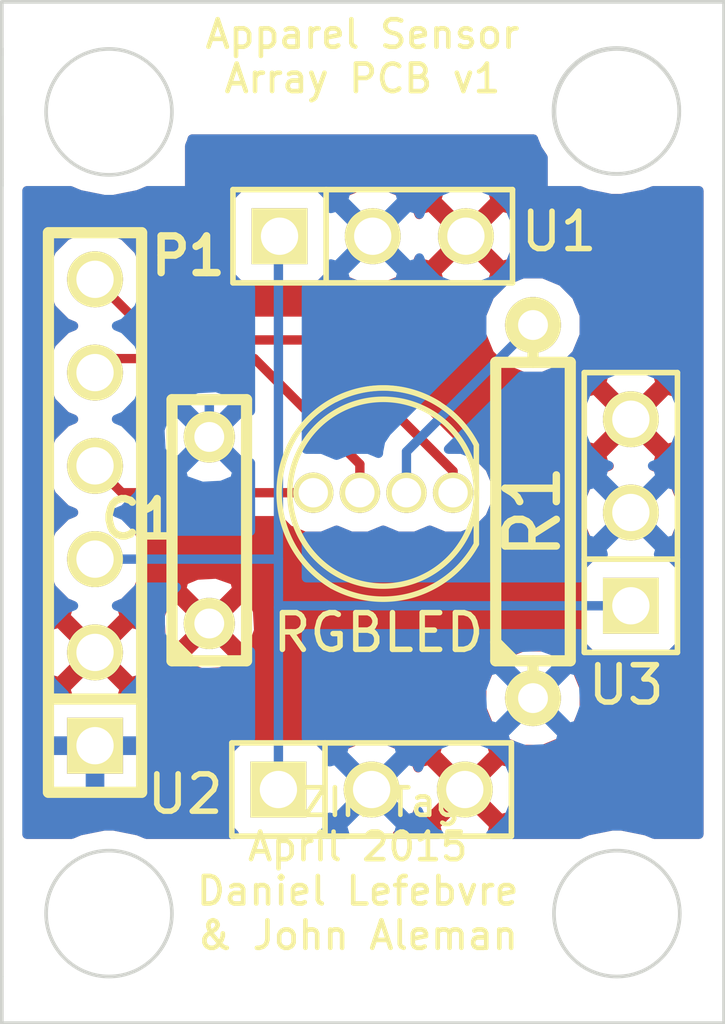
<source format=kicad_pcb>
(kicad_pcb (version 3) (host pcbnew "(2013-07-07 BZR 4022)-stable")

  (general
    (links 16)
    (no_connects 0)
    (area 24.7904 17.158499 48.3362 45.071501)
    (thickness 1.6)
    (drawings 22)
    (tracks 28)
    (zones 0)
    (modules 7)
    (nets 8)
  )

  (page A3)
  (layers
    (15 F.Cu signal)
    (0 B.Cu signal)
    (16 B.Adhes user hide)
    (17 F.Adhes user hide)
    (18 B.Paste user hide)
    (19 F.Paste user hide)
    (20 B.SilkS user hide)
    (21 F.SilkS user)
    (22 B.Mask user hide)
    (23 F.Mask user hide)
    (24 Dwgs.User user hide)
    (25 Cmts.User user hide)
    (26 Eco1.User user hide)
    (27 Eco2.User user hide)
    (28 Edge.Cuts user)
  )

  (setup
    (last_trace_width 0.254)
    (trace_clearance 0.254)
    (zone_clearance 0.508)
    (zone_45_only yes)
    (trace_min 0.254)
    (segment_width 0.2)
    (edge_width 0.1)
    (via_size 0.889)
    (via_drill 0.635)
    (via_min_size 0.889)
    (via_min_drill 0.508)
    (uvia_size 0.508)
    (uvia_drill 0.127)
    (uvias_allowed no)
    (uvia_min_size 0.508)
    (uvia_min_drill 0.127)
    (pcb_text_width 0.3)
    (pcb_text_size 1.5 1.5)
    (mod_edge_width 0.15)
    (mod_text_size 1 1)
    (mod_text_width 0.15)
    (pad_size 1.5 1.5)
    (pad_drill 0.6)
    (pad_to_mask_clearance 0)
    (aux_axis_origin 0 0)
    (visible_elements 7FFFFF39)
    (pcbplotparams
      (layerselection 284196865)
      (usegerberextensions true)
      (excludeedgelayer true)
      (linewidth 0.150000)
      (plotframeref false)
      (viasonmask false)
      (mode 1)
      (useauxorigin false)
      (hpglpennumber 1)
      (hpglpenspeed 20)
      (hpglpendiameter 15)
      (hpglpenoverlay 2)
      (psnegative false)
      (psa4output false)
      (plotreference true)
      (plotvalue true)
      (plotothertext true)
      (plotinvisibletext false)
      (padsonsilk false)
      (subtractmaskfromsilk false)
      (outputformat 1)
      (mirror false)
      (drillshape 0)
      (scaleselection 1)
      (outputdirectory IRSensorV1/))
  )

  (net 0 "")
  (net 1 GND)
  (net 2 N-000001)
  (net 3 N-000003)
  (net 4 N-000004)
  (net 5 N-000005)
  (net 6 N-000007)
  (net 7 VCC)

  (net_class Default "This is the default net class."
    (clearance 0.254)
    (trace_width 0.254)
    (via_dia 0.889)
    (via_drill 0.635)
    (uvia_dia 0.508)
    (uvia_drill 0.127)
    (add_net "")
    (add_net GND)
    (add_net N-000001)
    (add_net N-000003)
    (add_net N-000004)
    (add_net N-000005)
    (add_net N-000007)
    (add_net VCC)
  )

  (module RGB-Led (layer F.Cu) (tedit 54FCEAFD) (tstamp 54F96B4C)
    (at 36.42868 30.57652 270)
    (path /54F95F97)
    (fp_text reference U4 (at -1.524 -0.508 360) (layer F.SilkS) hide
      (effects (font (size 1 1) (thickness 0.15)))
    )
    (fp_text value RGBLED (at 3.81 -0.508 360) (layer F.SilkS)
      (effects (font (size 1 1) (thickness 0.15)))
    )
    (fp_line (start 0 -3.175) (end -1.2954 -3.175) (layer F.SilkS) (width 0.15))
    (fp_arc (start 0 -0.635) (end -2.54 0.6604) (angle 90) (layer F.SilkS) (width 0.15))
    (fp_arc (start 0 -0.635) (end -1.524 1.778) (angle 90) (layer F.SilkS) (width 0.15))
    (fp_arc (start 0 -0.762) (end 2.54 0.762) (angle 90) (layer F.SilkS) (width 0.15))
    (fp_arc (start 0 -0.635) (end 1.397 -3.175) (angle 90) (layer F.SilkS) (width 0.15))
    (fp_line (start 0 -3.175) (end 1.397 -3.175) (layer F.SilkS) (width 0.15))
    (fp_circle (center 0 -0.635) (end 2.54 -0.508) (layer F.SilkS) (width 0.15))
    (pad 1 thru_hole circle (at 0 -2.54 270) (size 1.1 1.1) (drill 0.8)
      (layers *.Cu *.Mask F.SilkS)
      (net 6 N-000007)
    )
    (pad 2 thru_hole circle (at 0 -1.27 270) (size 1.1 1.1) (drill 0.8)
      (layers *.Cu *.Mask F.SilkS)
      (net 5 N-000005)
    )
    (pad 3 thru_hole circle (at 0 0 270) (size 1.1 1.1) (drill 0.8)
      (layers *.Cu *.Mask F.SilkS)
      (net 4 N-000004)
    )
    (pad 4 thru_hole circle (at 0 1.27 270) (size 1.1 1.1) (drill 0.8)
      (layers *.Cu *.Mask F.SilkS)
      (net 3 N-000003)
    )
  )

  (module PIN_ARRAY_3X1 (layer F.Cu) (tedit 54FCEB07) (tstamp 5543C058)
    (at 36.7792 23.59152)
    (descr "Connecteur 3 pins")
    (tags "CONN DEV")
    (path /54F95920)
    (fp_text reference U1 (at 5.08 -0.127) (layer F.SilkS)
      (effects (font (size 1.016 1.016) (thickness 0.1524)))
    )
    (fp_text value TSOP38238 (at 0 -3.175) (layer F.SilkS) hide
      (effects (font (size 1.016 1.016) (thickness 0.1524)))
    )
    (fp_line (start -3.81 1.27) (end -3.81 -1.27) (layer F.SilkS) (width 0.1524))
    (fp_line (start -3.81 -1.27) (end 3.81 -1.27) (layer F.SilkS) (width 0.1524))
    (fp_line (start 3.81 -1.27) (end 3.81 1.27) (layer F.SilkS) (width 0.1524))
    (fp_line (start 3.81 1.27) (end -3.81 1.27) (layer F.SilkS) (width 0.1524))
    (fp_line (start -1.27 -1.27) (end -1.27 1.27) (layer F.SilkS) (width 0.1524))
    (pad 1 thru_hole rect (at -2.54 0) (size 1.524 1.524) (drill 1.016)
      (layers *.Cu *.Mask F.SilkS)
      (net 2 N-000001)
    )
    (pad 2 thru_hole circle (at 0 0) (size 1.524 1.524) (drill 1.016)
      (layers *.Cu *.Mask F.SilkS)
      (net 1 GND)
    )
    (pad 3 thru_hole circle (at 2.54 0) (size 1.524 1.524) (drill 1.016)
      (layers *.Cu *.Mask F.SilkS)
      (net 7 VCC)
    )
    (model pin_array/pins_array_3x1.wrl
      (at (xyz 0 0 0))
      (scale (xyz 1 1 1))
      (rotate (xyz 0 0 0))
    )
  )

  (module PIN_ARRAY_3X1 (layer F.Cu) (tedit 54FCEB0A) (tstamp 54F96B64)
    (at 36.74872 38.6588)
    (descr "Connecteur 3 pins")
    (tags "CONN DEV")
    (path /54F9592F)
    (fp_text reference U2 (at -5.08 0.127) (layer F.SilkS)
      (effects (font (size 1.016 1.016) (thickness 0.1524)))
    )
    (fp_text value TSOP38238 (at 0 3.429) (layer F.SilkS) hide
      (effects (font (size 1.016 1.016) (thickness 0.1524)))
    )
    (fp_line (start -3.81 1.27) (end -3.81 -1.27) (layer F.SilkS) (width 0.1524))
    (fp_line (start -3.81 -1.27) (end 3.81 -1.27) (layer F.SilkS) (width 0.1524))
    (fp_line (start 3.81 -1.27) (end 3.81 1.27) (layer F.SilkS) (width 0.1524))
    (fp_line (start 3.81 1.27) (end -3.81 1.27) (layer F.SilkS) (width 0.1524))
    (fp_line (start -1.27 -1.27) (end -1.27 1.27) (layer F.SilkS) (width 0.1524))
    (pad 1 thru_hole rect (at -2.54 0) (size 1.524 1.524) (drill 1.016)
      (layers *.Cu *.Mask F.SilkS)
      (net 2 N-000001)
    )
    (pad 2 thru_hole circle (at 0 0) (size 1.524 1.524) (drill 1.016)
      (layers *.Cu *.Mask F.SilkS)
      (net 1 GND)
    )
    (pad 3 thru_hole circle (at 2.54 0) (size 1.524 1.524) (drill 1.016)
      (layers *.Cu *.Mask F.SilkS)
      (net 7 VCC)
    )
    (model pin_array/pins_array_3x1.wrl
      (at (xyz 0 0 0))
      (scale (xyz 1 1 1))
      (rotate (xyz 0 0 0))
    )
  )

  (module PIN_ARRAY_3X1 (layer F.Cu) (tedit 54FCEB04) (tstamp 54F96B70)
    (at 43.815 31.115 90)
    (descr "Connecteur 3 pins")
    (tags "CONN DEV")
    (path /54F9593E)
    (fp_text reference U3 (at -4.699 -0.127 180) (layer F.SilkS)
      (effects (font (size 1.016 1.016) (thickness 0.1524)))
    )
    (fp_text value TSOP38238 (at 0.127 3.683 90) (layer F.SilkS) hide
      (effects (font (size 1.016 1.016) (thickness 0.1524)))
    )
    (fp_line (start -3.81 1.27) (end -3.81 -1.27) (layer F.SilkS) (width 0.1524))
    (fp_line (start -3.81 -1.27) (end 3.81 -1.27) (layer F.SilkS) (width 0.1524))
    (fp_line (start 3.81 -1.27) (end 3.81 1.27) (layer F.SilkS) (width 0.1524))
    (fp_line (start 3.81 1.27) (end -3.81 1.27) (layer F.SilkS) (width 0.1524))
    (fp_line (start -1.27 -1.27) (end -1.27 1.27) (layer F.SilkS) (width 0.1524))
    (pad 1 thru_hole rect (at -2.54 0 90) (size 1.524 1.524) (drill 1.016)
      (layers *.Cu *.Mask F.SilkS)
      (net 2 N-000001)
    )
    (pad 2 thru_hole circle (at 0 0 90) (size 1.524 1.524) (drill 1.016)
      (layers *.Cu *.Mask F.SilkS)
      (net 1 GND)
    )
    (pad 3 thru_hole circle (at 2.54 0 90) (size 1.524 1.524) (drill 1.016)
      (layers *.Cu *.Mask F.SilkS)
      (net 7 VCC)
    )
    (model pin_array/pins_array_3x1.wrl
      (at (xyz 0 0 0))
      (scale (xyz 1 1 1))
      (rotate (xyz 0 0 0))
    )
  )

  (module PIN_ARRAY-6X1 (layer F.Cu) (tedit 54FCEAF8) (tstamp 54F96B7F)
    (at 29.21 31.115 90)
    (descr "Connecteur 6 pins")
    (tags "CONN DEV")
    (path /54F95E7E)
    (fp_text reference P1 (at 6.985 2.54 180) (layer F.SilkS)
      (effects (font (size 1 1) (thickness 0.2032)))
    )
    (fp_text value CONN_6 (at -0.127 -3.556 90) (layer F.SilkS) hide
      (effects (font (size 1.016 0.889) (thickness 0.2032)))
    )
    (fp_line (start -7.62 1.27) (end -7.62 -1.27) (layer F.SilkS) (width 0.3048))
    (fp_line (start -7.62 -1.27) (end 7.62 -1.27) (layer F.SilkS) (width 0.3048))
    (fp_line (start 7.62 -1.27) (end 7.62 1.27) (layer F.SilkS) (width 0.3048))
    (fp_line (start 7.62 1.27) (end -7.62 1.27) (layer F.SilkS) (width 0.3048))
    (fp_line (start -5.08 1.27) (end -5.08 -1.27) (layer F.SilkS) (width 0.3048))
    (pad 1 thru_hole rect (at -6.35 0 90) (size 1.524 1.524) (drill 1.016)
      (layers *.Cu *.Mask F.SilkS)
      (net 1 GND)
    )
    (pad 2 thru_hole circle (at -3.81 0 90) (size 1.524 1.524) (drill 1.016)
      (layers *.Cu *.Mask F.SilkS)
      (net 7 VCC)
    )
    (pad 3 thru_hole circle (at -1.27 0 90) (size 1.524 1.524) (drill 1.016)
      (layers *.Cu *.Mask F.SilkS)
      (net 2 N-000001)
    )
    (pad 4 thru_hole circle (at 1.27 0 90) (size 1.524 1.524) (drill 1.016)
      (layers *.Cu *.Mask F.SilkS)
      (net 3 N-000003)
    )
    (pad 5 thru_hole circle (at 3.81 0 90) (size 1.524 1.524) (drill 1.016)
      (layers *.Cu *.Mask F.SilkS)
      (net 4 N-000004)
    )
    (pad 6 thru_hole circle (at 6.35 0 90) (size 1.524 1.524) (drill 1.016)
      (layers *.Cu *.Mask F.SilkS)
      (net 6 N-000007)
    )
    (model pin_array/pins_array_6x1.wrl
      (at (xyz 0 0 0))
      (scale (xyz 1 1 1))
      (rotate (xyz 0 0 0))
    )
  )

  (module C2 (layer F.Cu) (tedit 5540419F) (tstamp 54F96B8A)
    (at 32.32404 31.5976 90)
    (descr "Condensateur = 2 pas")
    (tags C)
    (path /54F9605B)
    (fp_text reference C1 (at 0.3048 -1.9304 180) (layer F.SilkS)
      (effects (font (size 1.016 1.016) (thickness 0.2032)))
    )
    (fp_text value "100 uF" (at 0.127 -1.905 90) (layer F.SilkS) hide
      (effects (font (size 1.016 1.016) (thickness 0.2032)))
    )
    (fp_line (start -3.556 -1.016) (end 3.556 -1.016) (layer F.SilkS) (width 0.3048))
    (fp_line (start 3.556 -1.016) (end 3.556 1.016) (layer F.SilkS) (width 0.3048))
    (fp_line (start 3.556 1.016) (end -3.556 1.016) (layer F.SilkS) (width 0.3048))
    (fp_line (start -3.556 1.016) (end -3.556 -1.016) (layer F.SilkS) (width 0.3048))
    (fp_line (start -3.556 -0.508) (end -3.048 -1.016) (layer F.SilkS) (width 0.3048))
    (pad 1 thru_hole circle (at -2.54 0 90) (size 1.397 1.397) (drill 0.8128)
      (layers *.Cu *.Mask F.SilkS)
      (net 7 VCC)
    )
    (pad 2 thru_hole circle (at 2.54 0 90) (size 1.397 1.397) (drill 0.8128)
      (layers *.Cu *.Mask F.SilkS)
      (net 1 GND)
    )
    (model discret/capa_2pas_5x5mm.wrl
      (at (xyz 0 0 0))
      (scale (xyz 1 1 1))
      (rotate (xyz 0 0 0))
    )
  )

  (module R4 (layer F.Cu) (tedit 200000) (tstamp 5543BBC6)
    (at 41.148 31.0896 90)
    (descr "Resitance 4 pas")
    (tags R)
    (path /554311D1)
    (autoplace_cost180 10)
    (fp_text reference R1 (at 0 0 90) (layer F.SilkS)
      (effects (font (size 1.397 1.27) (thickness 0.2032)))
    )
    (fp_text value 220 (at 0 0 90) (layer F.SilkS) hide
      (effects (font (size 1.397 1.27) (thickness 0.2032)))
    )
    (fp_line (start -5.08 0) (end -4.064 0) (layer F.SilkS) (width 0.3048))
    (fp_line (start -4.064 0) (end -4.064 -1.016) (layer F.SilkS) (width 0.3048))
    (fp_line (start -4.064 -1.016) (end 4.064 -1.016) (layer F.SilkS) (width 0.3048))
    (fp_line (start 4.064 -1.016) (end 4.064 1.016) (layer F.SilkS) (width 0.3048))
    (fp_line (start 4.064 1.016) (end -4.064 1.016) (layer F.SilkS) (width 0.3048))
    (fp_line (start -4.064 1.016) (end -4.064 0) (layer F.SilkS) (width 0.3048))
    (fp_line (start -4.064 -0.508) (end -3.556 -1.016) (layer F.SilkS) (width 0.3048))
    (fp_line (start 5.08 0) (end 4.064 0) (layer F.SilkS) (width 0.3048))
    (pad 1 thru_hole circle (at -5.08 0 90) (size 1.524 1.524) (drill 0.8128)
      (layers *.Cu *.Mask F.SilkS)
      (net 1 GND)
    )
    (pad 2 thru_hole circle (at 5.08 0 90) (size 1.524 1.524) (drill 0.8128)
      (layers *.Cu *.Mask F.SilkS)
      (net 5 N-000005)
    )
    (model discret/resistor.wrl
      (at (xyz 0 0 0))
      (scale (xyz 0.4 0.4 0.4))
      (rotate (xyz 0 0 0))
    )
  )

  (gr_circle (center 43.434 20.193) (end 41.7322 20.1676) (layer Edge.Cuts) (width 0.1))
  (gr_line (start 46.355 17.2085) (end 46.355 18.4785) (angle 90) (layer Edge.Cuts) (width 0.1))
  (gr_line (start 26.67 17.2085) (end 46.355 17.2085) (angle 90) (layer Edge.Cuts) (width 0.1))
  (gr_line (start 26.67 22.225) (end 26.67 17.2085) (angle 90) (layer Edge.Cuts) (width 0.1))
  (gr_line (start 46.355 45.0215) (end 46.355 43.7515) (angle 90) (layer Edge.Cuts) (width 0.1))
  (gr_line (start 26.67 45.0215) (end 46.355 45.0215) (angle 90) (layer Edge.Cuts) (width 0.1))
  (gr_line (start 26.67 45.0215) (end 26.67 43.7515) (angle 90) (layer Edge.Cuts) (width 0.1))
  (gr_circle (center 43.434 42.037) (end 45.1485 42.037) (layer Edge.Cuts) (width 0.1))
  (gr_circle (center 29.591 42.037) (end 31.3055 42.037) (layer Edge.Cuts) (width 0.1))
  (gr_circle (center 43.4213 20.1803) (end 43.4213 18.4658) (layer Edge.Cuts) (width 0.1))
  (gr_circle (center 29.591 20.2057) (end 27.8765 20.2057) (layer Edge.Cuts) (width 0.1))
  (gr_line (start 26.67 22.0345) (end 26.67 20.32) (angle 90) (layer Edge.Cuts) (width 0.1))
  (gr_line (start 26.67 22.225) (end 26.67 22.0345) (angle 90) (layer Edge.Cuts) (width 0.1))
  (gr_line (start 26.67 18.4785) (end 26.67 18.669) (angle 90) (layer Edge.Cuts) (width 0.1))
  (gr_line (start 46.355 18.4785) (end 46.355 22.225) (angle 90) (layer Edge.Cuts) (width 0.1))
  (gr_line (start 26.67 22.225) (end 26.67 18.4785) (angle 90) (layer Edge.Cuts) (width 0.1))
  (gr_line (start 46.355 43.7515) (end 46.355 40.005) (angle 90) (layer Edge.Cuts) (width 0.1))
  (gr_line (start 26.67 40.005) (end 26.67 43.7515) (angle 90) (layer Edge.Cuts) (width 0.1))
  (gr_text "Apparel Sensor\nArray PCB v1" (at 36.4998 18.6944) (layer F.SilkS)
    (effects (font (size 0.75 0.75) (thickness 0.125)))
  )
  (gr_text "LaZIR Tag\nApril 2015\nDaniel Lefebvre\n& John Aleman" (at 36.3728 40.8178) (layer F.SilkS)
    (effects (font (size 0.75 0.75) (thickness 0.125)))
  )
  (gr_line (start 26.67 40.005) (end 26.67 22.225) (angle 90) (layer Edge.Cuts) (width 0.1))
  (gr_line (start 46.355 22.225) (end 46.355 40.005) (angle 90) (layer Edge.Cuts) (width 0.1))

  (segment (start 32.32404 29.0576) (end 32.32404 28.0924) (width 0.254) (layer B.Cu) (net 1))
  (segment (start 32.34944 28.067) (end 32.32404 28.067) (width 0.254) (layer B.Cu) (net 1) (tstamp 5543BDAB))
  (segment (start 32.32404 28.0924) (end 32.34944 28.067) (width 0.254) (layer B.Cu) (net 1) (tstamp 5543BDA9))
  (segment (start 32.32404 28.067) (end 32.32404 28.55976) (width 0.254) (layer B.Cu) (net 1) (tstamp 5543BDAC))
  (segment (start 29.21 32.385) (end 34.19856 32.385) (width 0.254) (layer B.Cu) (net 2))
  (segment (start 34.19856 32.385) (end 34.20872 32.37484) (width 0.254) (layer B.Cu) (net 2) (tstamp 5543C069))
  (segment (start 34.20872 33.36544) (end 34.20872 32.37484) (width 0.254) (layer B.Cu) (net 2))
  (segment (start 34.20872 32.37484) (end 34.20872 23.622) (width 0.254) (layer B.Cu) (net 2) (tstamp 5543C06C))
  (segment (start 34.20872 23.622) (end 34.2392 23.59152) (width 0.254) (layer B.Cu) (net 2) (tstamp 5543C066))
  (segment (start 35.5346 33.655) (end 34.25444 33.655) (width 0.254) (layer B.Cu) (net 2))
  (segment (start 34.25444 33.655) (end 34.20872 33.70072) (width 0.254) (layer B.Cu) (net 2) (tstamp 5543BFFA))
  (segment (start 34.20872 38.6588) (end 34.20872 33.70072) (width 0.254) (layer B.Cu) (net 2))
  (segment (start 34.20872 33.70072) (end 34.20872 33.36544) (width 0.254) (layer B.Cu) (net 2) (tstamp 5543C003))
  (segment (start 40.5638 33.655) (end 35.5346 33.655) (width 0.254) (layer B.Cu) (net 2))
  (segment (start 43.815 33.655) (end 40.5638 33.655) (width 0.254) (layer B.Cu) (net 2))
  (segment (start 35.15868 30.57652) (end 29.94152 30.57652) (width 0.254) (layer F.Cu) (net 3))
  (segment (start 29.94152 30.57652) (end 29.21 29.845) (width 0.254) (layer F.Cu) (net 3) (tstamp 5543BC67))
  (segment (start 36.42868 30.57652) (end 36.42868 29.79928) (width 0.254) (layer F.Cu) (net 4))
  (segment (start 29.591 26.924) (end 29.21 27.305) (width 0.254) (layer F.Cu) (net 4) (tstamp 5543BC7B))
  (segment (start 33.5534 26.924) (end 29.591 26.924) (width 0.254) (layer F.Cu) (net 4) (tstamp 5543BC77))
  (segment (start 36.42868 29.79928) (end 33.5534 26.924) (width 0.254) (layer F.Cu) (net 4) (tstamp 5543BC76))
  (segment (start 37.69868 30.57652) (end 37.69868 29.45892) (width 0.254) (layer B.Cu) (net 5))
  (segment (start 37.69868 29.45892) (end 41.148 26.0096) (width 0.254) (layer B.Cu) (net 5) (tstamp 5543BC4A))
  (segment (start 35.31108 26.415998) (end 30.860998 26.415998) (width 0.254) (layer F.Cu) (net 6))
  (segment (start 30.860998 26.415998) (end 29.21 24.765) (width 0.254) (layer F.Cu) (net 6) (tstamp 5543BD71))
  (segment (start 38.96868 30.57652) (end 38.96868 29.98724) (width 0.254) (layer F.Cu) (net 6))
  (segment (start 35.397438 26.415998) (end 35.31108 26.415998) (width 0.254) (layer F.Cu) (net 6) (tstamp 5543BD63))
  (segment (start 38.96868 29.98724) (end 35.397438 26.415998) (width 0.254) (layer F.Cu) (net 6) (tstamp 5543BD60))

  (zone (net 1) (net_name GND) (layer B.Cu) (tstamp 54FCC260) (hatch edge 0.508)
    (connect_pads (clearance 0.508))
    (min_thickness 0.254)
    (fill (arc_segments 16) (thermal_gap 0.508) (thermal_bridge_width 0.508))
    (polygon
      (pts
        (xy 46.355 40.005) (xy 26.67 40.005) (xy 26.67 22.225) (xy 31.66364 22.225) (xy 31.66364 20.81784)
        (xy 41.54932 20.81784) (xy 41.54932 22.225) (xy 46.355 22.225) (xy 46.355 40.005)
      )
    )
    (filled_polygon
      (pts
        (xy 45.67 39.878) (xy 45.224143 39.878) (xy 45.224143 31.322696) (xy 45.212241 31.08491) (xy 45.212241 28.298339)
        (xy 45.000009 27.784697) (xy 44.60737 27.391372) (xy 44.094099 27.178244) (xy 43.538339 27.177759) (xy 43.024697 27.389991)
        (xy 42.631372 27.78263) (xy 42.418244 28.295901) (xy 42.417759 28.851661) (xy 42.629991 29.365303) (xy 43.02263 29.758628)
        (xy 43.21473 29.838394) (xy 43.083858 29.892604) (xy 43.014393 30.134788) (xy 43.815 30.935395) (xy 44.615607 30.134788)
        (xy 44.546142 29.892604) (xy 44.405678 29.842491) (xy 44.605303 29.760009) (xy 44.998628 29.36737) (xy 45.211756 28.854099)
        (xy 45.212241 28.298339) (xy 45.212241 31.08491) (xy 45.19636 30.767631) (xy 45.037396 30.383858) (xy 44.795212 30.314393)
        (xy 43.994605 31.115) (xy 44.795212 31.915607) (xy 45.037396 31.846142) (xy 45.224143 31.322696) (xy 45.224143 39.878)
        (xy 44.457787 39.878) (xy 44.223161 39.781055) (xy 44.220204 39.781057) (xy 43.569503 39.651034) (xy 43.566936 39.649974)
        (xy 43.299663 39.650207) (xy 42.643666 39.781288) (xy 42.557143 39.817215) (xy 42.557143 36.377296) (xy 42.52936 35.822231)
        (xy 42.370396 35.438458) (xy 42.128212 35.368993) (xy 41.948607 35.548598) (xy 41.948607 35.189388) (xy 41.879142 34.947204)
        (xy 41.355696 34.760457) (xy 40.800631 34.78824) (xy 40.416858 34.947204) (xy 40.347393 35.189388) (xy 41.148 35.989995)
        (xy 41.948607 35.189388) (xy 41.948607 35.548598) (xy 41.327605 36.1696) (xy 42.128212 36.970207) (xy 42.370396 36.900742)
        (xy 42.557143 36.377296) (xy 42.557143 39.817215) (xy 42.410758 39.878) (xy 41.948607 39.878) (xy 41.948607 37.149812)
        (xy 41.148 36.349205) (xy 40.968395 36.52881) (xy 40.968395 36.1696) (xy 40.167788 35.368993) (xy 39.925604 35.438458)
        (xy 39.738857 35.961904) (xy 39.76664 36.516969) (xy 39.925604 36.900742) (xy 40.167788 36.970207) (xy 40.968395 36.1696)
        (xy 40.968395 36.52881) (xy 40.347393 37.149812) (xy 40.416858 37.391996) (xy 40.940304 37.578743) (xy 41.495369 37.55096)
        (xy 41.879142 37.391996) (xy 41.948607 37.149812) (xy 41.948607 39.878) (xy 39.996274 39.878) (xy 40.079023 39.843809)
        (xy 40.472348 39.45117) (xy 40.685476 38.937899) (xy 40.685961 38.382139) (xy 40.473729 37.868497) (xy 40.08109 37.475172)
        (xy 39.567819 37.262044) (xy 39.012059 37.261559) (xy 38.498417 37.473791) (xy 38.105092 37.86643) (xy 38.025325 38.05853)
        (xy 37.971116 37.927658) (xy 37.728932 37.858193) (xy 37.549327 38.037798) (xy 37.549327 37.678588) (xy 37.479862 37.436404)
        (xy 36.956416 37.249657) (xy 36.401351 37.27744) (xy 36.017578 37.436404) (xy 35.948113 37.678588) (xy 36.74872 38.479195)
        (xy 37.549327 37.678588) (xy 37.549327 38.037798) (xy 36.928325 38.6588) (xy 37.728932 39.459407) (xy 37.971116 39.389942)
        (xy 38.021228 39.249478) (xy 38.103711 39.449103) (xy 38.49635 39.842428) (xy 38.582017 39.878) (xy 37.480778 39.878)
        (xy 37.549327 39.639012) (xy 36.74872 38.838405) (xy 35.948113 39.639012) (xy 36.016661 39.878) (xy 35.411531 39.878)
        (xy 35.508733 39.780968) (xy 35.605609 39.547664) (xy 35.605727 39.412716) (xy 35.768508 39.459407) (xy 36.569115 38.6588)
        (xy 35.768508 37.858193) (xy 35.60583 37.904853) (xy 35.60583 37.771045) (xy 35.509361 37.537571) (xy 35.330888 37.358787)
        (xy 35.097584 37.261911) (xy 34.97072 37.2618) (xy 34.97072 34.417) (xy 35.5346 34.417) (xy 40.5638 34.417)
        (xy 42.41789 34.417) (xy 42.41789 34.542755) (xy 42.514359 34.776229) (xy 42.692832 34.955013) (xy 42.926136 35.051889)
        (xy 43.178755 35.05211) (xy 44.702755 35.05211) (xy 44.936229 34.955641) (xy 45.115013 34.777168) (xy 45.211889 34.543864)
        (xy 45.21211 34.291245) (xy 45.21211 32.767245) (xy 45.115641 32.533771) (xy 44.937168 32.354987) (xy 44.703864 32.258111)
        (xy 44.568916 32.257992) (xy 44.615607 32.095212) (xy 43.815 31.294605) (xy 43.635395 31.47421) (xy 43.635395 31.115)
        (xy 42.834788 30.314393) (xy 42.592604 30.383858) (xy 42.405857 30.907304) (xy 42.43364 31.462369) (xy 42.592604 31.846142)
        (xy 42.834788 31.915607) (xy 43.635395 31.115) (xy 43.635395 31.47421) (xy 43.014393 32.095212) (xy 43.061053 32.25789)
        (xy 42.927245 32.25789) (xy 42.693771 32.354359) (xy 42.514987 32.532832) (xy 42.418111 32.766136) (xy 42.418 32.893)
        (xy 40.5638 32.893) (xy 35.5346 32.893) (xy 34.97072 32.893) (xy 34.97072 32.37484) (xy 34.97072 31.761355)
        (xy 35.393357 31.761725) (xy 35.794127 31.596129) (xy 36.191935 31.761313) (xy 36.663357 31.761725) (xy 37.064127 31.596129)
        (xy 37.461935 31.761313) (xy 37.933357 31.761725) (xy 38.334127 31.596129) (xy 38.731935 31.761313) (xy 39.203357 31.761725)
        (xy 39.639051 31.581699) (xy 39.972688 31.248645) (xy 40.153473 30.813265) (xy 40.153885 30.341843) (xy 39.973859 29.906149)
        (xy 39.640805 29.572512) (xy 39.205425 29.391727) (xy 38.843819 29.39141) (xy 40.840618 27.394611) (xy 40.868901 27.406356)
        (xy 41.424661 27.406841) (xy 41.938303 27.194609) (xy 42.331628 26.80197) (xy 42.544756 26.288699) (xy 42.545241 25.732939)
        (xy 42.333009 25.219297) (xy 41.94037 24.825972) (xy 41.427099 24.612844) (xy 40.871339 24.612359) (xy 40.716441 24.676361)
        (xy 40.716441 23.314859) (xy 40.504209 22.801217) (xy 40.11157 22.407892) (xy 39.598299 22.194764) (xy 39.042539 22.194279)
        (xy 38.528897 22.406511) (xy 38.135572 22.79915) (xy 38.055805 22.99125) (xy 38.001596 22.860378) (xy 37.759412 22.790913)
        (xy 37.579807 22.970518) (xy 37.579807 22.611308) (xy 37.510342 22.369124) (xy 36.986896 22.182377) (xy 36.431831 22.21016)
        (xy 36.048058 22.369124) (xy 35.978593 22.611308) (xy 36.7792 23.411915) (xy 37.579807 22.611308) (xy 37.579807 22.970518)
        (xy 36.958805 23.59152) (xy 37.759412 24.392127) (xy 38.001596 24.322662) (xy 38.051708 24.182198) (xy 38.134191 24.381823)
        (xy 38.52683 24.775148) (xy 39.040101 24.988276) (xy 39.595861 24.988761) (xy 40.109503 24.776529) (xy 40.502828 24.38389)
        (xy 40.715956 23.870619) (xy 40.716441 23.314859) (xy 40.716441 24.676361) (xy 40.357697 24.824591) (xy 39.964372 25.21723)
        (xy 39.751244 25.730501) (xy 39.750759 26.286261) (xy 39.763316 26.316653) (xy 37.579807 28.500162) (xy 37.579807 24.571732)
        (xy 36.7792 23.771125) (xy 35.978593 24.571732) (xy 36.048058 24.813916) (xy 36.571504 25.000663) (xy 37.126569 24.97288)
        (xy 37.510342 24.813916) (xy 37.579807 24.571732) (xy 37.579807 28.500162) (xy 37.159865 28.920105) (xy 36.994684 29.167315)
        (xy 36.93668 29.45892) (xy 36.93668 29.504361) (xy 36.665425 29.391727) (xy 36.194003 29.391315) (xy 35.793232 29.55691)
        (xy 35.395425 29.391727) (xy 34.97072 29.391355) (xy 34.97072 24.98863) (xy 35.126955 24.98863) (xy 35.360429 24.892161)
        (xy 35.539213 24.713688) (xy 35.636089 24.480384) (xy 35.636207 24.345436) (xy 35.798988 24.392127) (xy 36.599595 23.59152)
        (xy 35.798988 22.790913) (xy 35.63631 22.837573) (xy 35.63631 22.703765) (xy 35.539841 22.470291) (xy 35.361368 22.291507)
        (xy 35.128064 22.194631) (xy 34.875445 22.19441) (xy 33.351445 22.19441) (xy 33.117971 22.290879) (xy 32.939187 22.469352)
        (xy 32.842311 22.702656) (xy 32.84209 22.955275) (xy 32.84209 24.479275) (xy 32.938559 24.712749) (xy 33.117032 24.891533)
        (xy 33.350336 24.988409) (xy 33.44672 24.988493) (xy 33.44672 28.352342) (xy 33.258226 28.303019) (xy 33.078621 28.482624)
        (xy 33.078621 28.123414) (xy 33.016968 27.887802) (xy 32.51656 27.711676) (xy 31.986842 27.740454) (xy 31.631112 27.887802)
        (xy 31.569459 28.123414) (xy 32.32404 28.877995) (xy 33.078621 28.123414) (xy 33.078621 28.482624) (xy 32.503645 29.0576)
        (xy 33.258226 29.812181) (xy 33.44672 29.762857) (xy 33.44672 31.623) (xy 33.078621 31.623) (xy 33.078621 29.991786)
        (xy 32.32404 29.237205) (xy 32.144435 29.41681) (xy 32.144435 29.0576) (xy 31.389854 28.303019) (xy 31.154242 28.364672)
        (xy 30.978116 28.86508) (xy 31.006894 29.394798) (xy 31.154242 29.750528) (xy 31.389854 29.812181) (xy 32.144435 29.0576)
        (xy 32.144435 29.41681) (xy 31.569459 29.991786) (xy 31.631112 30.227398) (xy 32.13152 30.403524) (xy 32.661238 30.374746)
        (xy 33.016968 30.227398) (xy 33.078621 29.991786) (xy 33.078621 31.623) (xy 30.406703 31.623) (xy 30.395009 31.594697)
        (xy 30.00237 31.201372) (xy 29.794485 31.11505) (xy 30.000303 31.030009) (xy 30.393628 30.63737) (xy 30.606756 30.124099)
        (xy 30.607241 29.568339) (xy 30.395009 29.054697) (xy 30.00237 28.661372) (xy 29.794485 28.57505) (xy 30.000303 28.490009)
        (xy 30.393628 28.09737) (xy 30.606756 27.584099) (xy 30.607241 27.028339) (xy 30.395009 26.514697) (xy 30.00237 26.121372)
        (xy 29.794485 26.03505) (xy 30.000303 25.950009) (xy 30.393628 25.55737) (xy 30.606756 25.044099) (xy 30.607241 24.488339)
        (xy 30.395009 23.974697) (xy 30.00237 23.581372) (xy 29.489099 23.368244) (xy 28.933339 23.367759) (xy 28.419697 23.579991)
        (xy 28.026372 23.97263) (xy 27.813244 24.485901) (xy 27.812759 25.041661) (xy 28.024991 25.555303) (xy 28.41763 25.948628)
        (xy 28.625514 26.034949) (xy 28.419697 26.119991) (xy 28.026372 26.51263) (xy 27.813244 27.025901) (xy 27.812759 27.581661)
        (xy 28.024991 28.095303) (xy 28.41763 28.488628) (xy 28.625514 28.574949) (xy 28.419697 28.659991) (xy 28.026372 29.05263)
        (xy 27.813244 29.565901) (xy 27.812759 30.121661) (xy 28.024991 30.635303) (xy 28.41763 31.028628) (xy 28.625514 31.114949)
        (xy 28.419697 31.199991) (xy 28.026372 31.59263) (xy 27.813244 32.105901) (xy 27.812759 32.661661) (xy 28.024991 33.175303)
        (xy 28.41763 33.568628) (xy 28.625514 33.654949) (xy 28.419697 33.739991) (xy 28.026372 34.13263) (xy 27.813244 34.645901)
        (xy 27.812759 35.201661) (xy 28.024991 35.715303) (xy 28.377134 36.068062) (xy 28.321136 36.068111) (xy 28.087832 36.164987)
        (xy 27.909359 36.343771) (xy 27.81289 36.577245) (xy 27.813 37.17925) (xy 27.97175 37.338) (xy 29.083 37.338)
        (xy 29.083 37.318) (xy 29.337 37.318) (xy 29.337 37.338) (xy 30.44825 37.338) (xy 30.607 37.17925)
        (xy 30.60711 36.577245) (xy 30.510641 36.343771) (xy 30.332168 36.164987) (xy 30.098864 36.068111) (xy 30.042323 36.068061)
        (xy 30.393628 35.71737) (xy 30.606756 35.204099) (xy 30.607241 34.648339) (xy 30.395009 34.134697) (xy 30.00237 33.741372)
        (xy 29.794485 33.65505) (xy 30.000303 33.570009) (xy 30.393628 33.17737) (xy 30.406238 33.147) (xy 31.428869 33.147)
        (xy 31.194214 33.381247) (xy 30.990773 33.871187) (xy 30.99031 34.401686) (xy 31.192895 34.89198) (xy 31.567687 35.267426)
        (xy 32.057627 35.470867) (xy 32.588126 35.47133) (xy 33.07842 35.268745) (xy 33.44672 34.901086) (xy 33.44672 37.26169)
        (xy 33.320965 37.26169) (xy 33.087491 37.358159) (xy 32.908707 37.536632) (xy 32.811831 37.769936) (xy 32.81161 38.022555)
        (xy 32.81161 39.546555) (xy 32.908079 39.780029) (xy 33.005879 39.878) (xy 30.614787 39.878) (xy 30.60711 39.874827)
        (xy 30.60711 38.352755) (xy 30.607 37.75075) (xy 30.44825 37.592) (xy 29.337 37.592) (xy 29.337 38.70325)
        (xy 29.49575 38.862) (xy 29.846245 38.86211) (xy 30.098864 38.861889) (xy 30.332168 38.765013) (xy 30.510641 38.586229)
        (xy 30.60711 38.352755) (xy 30.60711 39.874827) (xy 30.380161 39.781055) (xy 30.377204 39.781057) (xy 29.726503 39.651034)
        (xy 29.723936 39.649974) (xy 29.456663 39.650207) (xy 29.083 39.724872) (xy 29.083 38.70325) (xy 29.083 37.592)
        (xy 27.97175 37.592) (xy 27.813 37.75075) (xy 27.81289 38.352755) (xy 27.909359 38.586229) (xy 28.087832 38.765013)
        (xy 28.321136 38.861889) (xy 28.573755 38.86211) (xy 28.92425 38.862) (xy 29.083 38.70325) (xy 29.083 39.724872)
        (xy 28.800666 39.781288) (xy 28.567758 39.878) (xy 27.355 39.878) (xy 27.355 22.352) (xy 28.544505 22.352)
        (xy 28.551741 22.356825) (xy 28.553827 22.358915) (xy 28.800666 22.461412) (xy 29.456663 22.592493) (xy 29.723936 22.592726)
        (xy 29.726503 22.591665) (xy 30.377204 22.461642) (xy 30.380161 22.461645) (xy 30.627179 22.35958) (xy 30.638544 22.352)
        (xy 31.79064 22.352) (xy 31.79064 21.131069) (xy 31.846712 20.996034) (xy 31.856941 20.94484) (xy 41.161028 20.94484)
        (xy 41.165357 20.966504) (xy 41.165355 20.969461) (xy 41.26742 21.216479) (xy 41.42232 21.448741) (xy 41.42232 22.352)
        (xy 42.428643 22.352) (xy 42.630966 22.436012) (xy 43.14039 22.537805) (xy 43.264735 22.564462) (xy 43.265011 22.564581)
        (xy 43.275144 22.564731) (xy 43.286963 22.567093) (xy 43.443521 22.567229) (xy 43.532256 22.568546) (xy 43.538975 22.567312)
        (xy 43.554236 22.567326) (xy 43.556803 22.566265) (xy 43.693386 22.538973) (xy 44.185142 22.448719) (xy 44.185439 22.448724)
        (xy 44.429116 22.352) (xy 45.67 22.352) (xy 45.67 39.878)
      )
    )
  )
  (zone (net 7) (net_name VCC) (layer F.Cu) (tstamp 54FCC30A) (hatch edge 0.508)
    (connect_pads (clearance 0.508))
    (min_thickness 0.254)
    (fill (arc_segments 16) (thermal_gap 0.508) (thermal_bridge_width 0.508))
    (polygon
      (pts
        (xy 46.355 40.005) (xy 26.67 40.005) (xy 26.67 22.225) (xy 31.66364 22.225) (xy 31.66364 20.81784)
        (xy 41.54932 20.81784) (xy 41.54932 22.225) (xy 46.355 22.225) (xy 46.355 40.005)
      )
    )
    (filled_polygon
      (pts
        (xy 45.67 39.878) (xy 45.224143 39.878) (xy 45.224143 28.782696) (xy 45.19636 28.227631) (xy 45.037396 27.843858)
        (xy 44.795212 27.774393) (xy 44.615607 27.953998) (xy 44.615607 27.594788) (xy 44.546142 27.352604) (xy 44.022696 27.165857)
        (xy 43.467631 27.19364) (xy 43.083858 27.352604) (xy 43.014393 27.594788) (xy 43.815 28.395395) (xy 44.615607 27.594788)
        (xy 44.615607 27.953998) (xy 43.994605 28.575) (xy 44.795212 29.375607) (xy 45.037396 29.306142) (xy 45.224143 28.782696)
        (xy 45.224143 39.878) (xy 45.212241 39.878) (xy 45.212241 30.838339) (xy 45.000009 30.324697) (xy 44.60737 29.931372)
        (xy 44.415269 29.851605) (xy 44.546142 29.797396) (xy 44.615607 29.555212) (xy 43.815 28.754605) (xy 43.635395 28.93421)
        (xy 43.635395 28.575) (xy 42.834788 27.774393) (xy 42.592604 27.843858) (xy 42.545241 27.976615) (xy 42.545241 25.732939)
        (xy 42.333009 25.219297) (xy 41.94037 24.825972) (xy 41.427099 24.612844) (xy 40.871339 24.612359) (xy 40.728343 24.671443)
        (xy 40.728343 23.799216) (xy 40.70056 23.244151) (xy 40.541596 22.860378) (xy 40.299412 22.790913) (xy 40.119807 22.970518)
        (xy 40.119807 22.611308) (xy 40.050342 22.369124) (xy 39.526896 22.182377) (xy 38.971831 22.21016) (xy 38.588058 22.369124)
        (xy 38.518593 22.611308) (xy 39.3192 23.411915) (xy 40.119807 22.611308) (xy 40.119807 22.970518) (xy 39.498805 23.59152)
        (xy 40.299412 24.392127) (xy 40.541596 24.322662) (xy 40.728343 23.799216) (xy 40.728343 24.671443) (xy 40.357697 24.824591)
        (xy 40.119807 25.062066) (xy 40.119807 24.571732) (xy 39.3192 23.771125) (xy 39.139595 23.95073) (xy 39.139595 23.59152)
        (xy 38.338988 22.790913) (xy 38.096804 22.860378) (xy 38.046691 23.000841) (xy 37.964209 22.801217) (xy 37.57157 22.407892)
        (xy 37.058299 22.194764) (xy 36.502539 22.194279) (xy 35.988897 22.406511) (xy 35.63631 22.758483) (xy 35.63631 22.703765)
        (xy 35.539841 22.470291) (xy 35.361368 22.291507) (xy 35.128064 22.194631) (xy 34.875445 22.19441) (xy 33.351445 22.19441)
        (xy 33.117971 22.290879) (xy 32.939187 22.469352) (xy 32.842311 22.702656) (xy 32.84209 22.955275) (xy 32.84209 24.479275)
        (xy 32.938559 24.712749) (xy 33.117032 24.891533) (xy 33.350336 24.988409) (xy 33.602955 24.98863) (xy 35.126955 24.98863)
        (xy 35.360429 24.892161) (xy 35.539213 24.713688) (xy 35.636089 24.480384) (xy 35.636138 24.423843) (xy 35.98683 24.775148)
        (xy 36.500101 24.988276) (xy 37.055861 24.988761) (xy 37.569503 24.776529) (xy 37.962828 24.38389) (xy 38.042594 24.191789)
        (xy 38.096804 24.322662) (xy 38.338988 24.392127) (xy 39.139595 23.59152) (xy 39.139595 23.95073) (xy 38.518593 24.571732)
        (xy 38.588058 24.813916) (xy 39.111504 25.000663) (xy 39.666569 24.97288) (xy 40.050342 24.813916) (xy 40.119807 24.571732)
        (xy 40.119807 25.062066) (xy 39.964372 25.21723) (xy 39.751244 25.730501) (xy 39.750759 26.286261) (xy 39.962991 26.799903)
        (xy 40.35563 27.193228) (xy 40.868901 27.406356) (xy 41.424661 27.406841) (xy 41.938303 27.194609) (xy 42.331628 26.80197)
        (xy 42.544756 26.288699) (xy 42.545241 25.732939) (xy 42.545241 27.976615) (xy 42.405857 28.367304) (xy 42.43364 28.922369)
        (xy 42.592604 29.306142) (xy 42.834788 29.375607) (xy 43.635395 28.575) (xy 43.635395 28.93421) (xy 43.014393 29.555212)
        (xy 43.083858 29.797396) (xy 43.224321 29.847508) (xy 43.024697 29.929991) (xy 42.631372 30.32263) (xy 42.418244 30.835901)
        (xy 42.417759 31.391661) (xy 42.629991 31.905303) (xy 42.981963 32.25789) (xy 42.927245 32.25789) (xy 42.693771 32.354359)
        (xy 42.514987 32.532832) (xy 42.418111 32.766136) (xy 42.41789 33.018755) (xy 42.41789 34.542755) (xy 42.514359 34.776229)
        (xy 42.692832 34.955013) (xy 42.926136 35.051889) (xy 43.178755 35.05211) (xy 44.702755 35.05211) (xy 44.936229 34.955641)
        (xy 45.115013 34.777168) (xy 45.211889 34.543864) (xy 45.21211 34.291245) (xy 45.21211 32.767245) (xy 45.115641 32.533771)
        (xy 44.937168 32.354987) (xy 44.703864 32.258111) (xy 44.647323 32.258061) (xy 44.998628 31.90737) (xy 45.211756 31.394099)
        (xy 45.212241 30.838339) (xy 45.212241 39.878) (xy 44.457787 39.878) (xy 44.223161 39.781055) (xy 44.220204 39.781057)
        (xy 43.569503 39.651034) (xy 43.566936 39.649974) (xy 43.299663 39.650207) (xy 42.643666 39.781288) (xy 42.545241 39.822157)
        (xy 42.545241 35.892939) (xy 42.333009 35.379297) (xy 41.94037 34.985972) (xy 41.427099 34.772844) (xy 40.871339 34.772359)
        (xy 40.357697 34.984591) (xy 40.153885 35.188047) (xy 40.153885 30.341843) (xy 39.973859 29.906149) (xy 39.640805 29.572512)
        (xy 39.571055 29.543549) (xy 39.507495 29.448425) (xy 39.507495 29.448424) (xy 35.936253 25.877183) (xy 35.689043 25.712002)
        (xy 35.397438 25.653998) (xy 35.31108 25.653998) (xy 31.176628 25.653998) (xy 30.595012 25.072381) (xy 30.606756 25.044099)
        (xy 30.607241 24.488339) (xy 30.395009 23.974697) (xy 30.00237 23.581372) (xy 29.489099 23.368244) (xy 28.933339 23.367759)
        (xy 28.419697 23.579991) (xy 28.026372 23.97263) (xy 27.813244 24.485901) (xy 27.812759 25.041661) (xy 28.024991 25.555303)
        (xy 28.41763 25.948628) (xy 28.625514 26.034949) (xy 28.419697 26.119991) (xy 28.026372 26.51263) (xy 27.813244 27.025901)
        (xy 27.812759 27.581661) (xy 28.024991 28.095303) (xy 28.41763 28.488628) (xy 28.625514 28.574949) (xy 28.419697 28.659991)
        (xy 28.026372 29.05263) (xy 27.813244 29.565901) (xy 27.812759 30.121661) (xy 28.024991 30.635303) (xy 28.41763 31.028628)
        (xy 28.625514 31.114949) (xy 28.419697 31.199991) (xy 28.026372 31.59263) (xy 27.813244 32.105901) (xy 27.812759 32.661661)
        (xy 28.024991 33.175303) (xy 28.41763 33.568628) (xy 28.60973 33.648394) (xy 28.478858 33.702604) (xy 28.409393 33.944788)
        (xy 29.21 34.745395) (xy 30.010607 33.944788) (xy 29.941142 33.702604) (xy 29.800678 33.652491) (xy 30.000303 33.570009)
        (xy 30.393628 33.17737) (xy 30.606756 32.664099) (xy 30.607241 32.108339) (xy 30.395009 31.594697) (xy 30.139278 31.33852)
        (xy 34.244969 31.33852) (xy 34.486555 31.580528) (xy 34.921935 31.761313) (xy 35.393357 31.761725) (xy 35.794127 31.596129)
        (xy 36.191935 31.761313) (xy 36.663357 31.761725) (xy 37.064127 31.596129) (xy 37.461935 31.761313) (xy 37.933357 31.761725)
        (xy 38.334127 31.596129) (xy 38.731935 31.761313) (xy 39.203357 31.761725) (xy 39.639051 31.581699) (xy 39.972688 31.248645)
        (xy 40.153473 30.813265) (xy 40.153885 30.341843) (xy 40.153885 35.188047) (xy 39.964372 35.37723) (xy 39.751244 35.890501)
        (xy 39.750759 36.446261) (xy 39.962991 36.959903) (xy 40.35563 37.353228) (xy 40.868901 37.566356) (xy 41.424661 37.566841)
        (xy 41.938303 37.354609) (xy 42.331628 36.96197) (xy 42.544756 36.448699) (xy 42.545241 35.892939) (xy 42.545241 39.822157)
        (xy 42.410758 39.878) (xy 40.697863 39.878) (xy 40.697863 38.866496) (xy 40.67008 38.311431) (xy 40.511116 37.927658)
        (xy 40.268932 37.858193) (xy 40.089327 38.037798) (xy 40.089327 37.678588) (xy 40.019862 37.436404) (xy 39.496416 37.249657)
        (xy 38.941351 37.27744) (xy 38.557578 37.436404) (xy 38.488113 37.678588) (xy 39.28872 38.479195) (xy 40.089327 37.678588)
        (xy 40.089327 38.037798) (xy 39.468325 38.6588) (xy 40.268932 39.459407) (xy 40.511116 39.389942) (xy 40.697863 38.866496)
        (xy 40.697863 39.878) (xy 40.020778 39.878) (xy 40.089327 39.639012) (xy 39.28872 38.838405) (xy 38.488113 39.639012)
        (xy 38.556661 39.878) (xy 37.456274 39.878) (xy 37.539023 39.843809) (xy 37.932348 39.45117) (xy 38.012114 39.259069)
        (xy 38.066324 39.389942) (xy 38.308508 39.459407) (xy 39.109115 38.6588) (xy 38.308508 37.858193) (xy 38.066324 37.927658)
        (xy 38.016211 38.068121) (xy 37.933729 37.868497) (xy 37.54109 37.475172) (xy 37.027819 37.262044) (xy 36.472059 37.261559)
        (xy 35.958417 37.473791) (xy 35.60583 37.825763) (xy 35.60583 37.771045) (xy 35.509361 37.537571) (xy 35.330888 37.358787)
        (xy 35.097584 37.261911) (xy 34.844965 37.26169) (xy 33.669964 37.26169) (xy 33.669964 34.33012) (xy 33.641186 33.800402)
        (xy 33.493838 33.444672) (xy 33.258226 33.383019) (xy 33.078621 33.562624) (xy 33.078621 33.203414) (xy 33.016968 32.967802)
        (xy 32.51656 32.791676) (xy 31.986842 32.820454) (xy 31.631112 32.967802) (xy 31.569459 33.203414) (xy 32.32404 33.957995)
        (xy 33.078621 33.203414) (xy 33.078621 33.562624) (xy 32.503645 34.1376) (xy 33.258226 34.892181) (xy 33.493838 34.830528)
        (xy 33.669964 34.33012) (xy 33.669964 37.26169) (xy 33.320965 37.26169) (xy 33.087491 37.358159) (xy 33.078621 37.367013)
        (xy 33.078621 35.071786) (xy 32.32404 34.317205) (xy 32.144435 34.49681) (xy 32.144435 34.1376) (xy 31.389854 33.383019)
        (xy 31.154242 33.444672) (xy 30.978116 33.94508) (xy 31.006894 34.474798) (xy 31.154242 34.830528) (xy 31.389854 34.892181)
        (xy 32.144435 34.1376) (xy 32.144435 34.49681) (xy 31.569459 35.071786) (xy 31.631112 35.307398) (xy 32.13152 35.483524)
        (xy 32.661238 35.454746) (xy 33.016968 35.307398) (xy 33.078621 35.071786) (xy 33.078621 37.367013) (xy 32.908707 37.536632)
        (xy 32.811831 37.769936) (xy 32.81161 38.022555) (xy 32.81161 39.546555) (xy 32.908079 39.780029) (xy 33.005879 39.878)
        (xy 30.619143 39.878) (xy 30.619143 35.132696) (xy 30.59136 34.577631) (xy 30.432396 34.193858) (xy 30.190212 34.124393)
        (xy 29.389605 34.925) (xy 30.190212 35.725607) (xy 30.432396 35.656142) (xy 30.619143 35.132696) (xy 30.619143 39.878)
        (xy 30.614787 39.878) (xy 30.60711 39.874827) (xy 30.60711 38.101245) (xy 30.60711 36.577245) (xy 30.510641 36.343771)
        (xy 30.332168 36.164987) (xy 30.098864 36.068111) (xy 29.963916 36.067992) (xy 30.010607 35.905212) (xy 29.21 35.104605)
        (xy 29.030395 35.28421) (xy 29.030395 34.925) (xy 28.229788 34.124393) (xy 27.987604 34.193858) (xy 27.800857 34.717304)
        (xy 27.82864 35.272369) (xy 27.987604 35.656142) (xy 28.229788 35.725607) (xy 29.030395 34.925) (xy 29.030395 35.28421)
        (xy 28.409393 35.905212) (xy 28.456053 36.06789) (xy 28.322245 36.06789) (xy 28.088771 36.164359) (xy 27.909987 36.342832)
        (xy 27.813111 36.576136) (xy 27.81289 36.828755) (xy 27.81289 38.352755) (xy 27.909359 38.586229) (xy 28.087832 38.765013)
        (xy 28.321136 38.861889) (xy 28.573755 38.86211) (xy 30.097755 38.86211) (xy 30.331229 38.765641) (xy 30.510013 38.587168)
        (xy 30.606889 38.353864) (xy 30.60711 38.101245) (xy 30.60711 39.874827) (xy 30.380161 39.781055) (xy 30.377204 39.781057)
        (xy 29.726503 39.651034) (xy 29.723936 39.649974) (xy 29.456663 39.650207) (xy 28.800666 39.781288) (xy 28.567758 39.878)
        (xy 27.355 39.878) (xy 27.355 22.352) (xy 28.544505 22.352) (xy 28.551741 22.356825) (xy 28.553827 22.358915)
        (xy 28.800666 22.461412) (xy 29.456663 22.592493) (xy 29.723936 22.592726) (xy 29.726503 22.591665) (xy 30.377204 22.461642)
        (xy 30.380161 22.461645) (xy 30.627179 22.35958) (xy 30.638544 22.352) (xy 31.79064 22.352) (xy 31.79064 21.131069)
        (xy 31.846712 20.996034) (xy 31.856941 20.94484) (xy 41.161028 20.94484) (xy 41.165357 20.966504) (xy 41.165355 20.969461)
        (xy 41.26742 21.216479) (xy 41.42232 21.448741) (xy 41.42232 22.352) (xy 42.428643 22.352) (xy 42.630966 22.436012)
        (xy 43.14039 22.537805) (xy 43.264735 22.564462) (xy 43.265011 22.564581) (xy 43.275144 22.564731) (xy 43.286963 22.567093)
        (xy 43.443521 22.567229) (xy 43.532256 22.568546) (xy 43.538975 22.567312) (xy 43.554236 22.567326) (xy 43.556803 22.566265)
        (xy 43.693386 22.538973) (xy 44.185142 22.448719) (xy 44.185439 22.448724) (xy 44.429116 22.352) (xy 45.67 22.352)
        (xy 45.67 39.878)
      )
    )
  )
)

</source>
